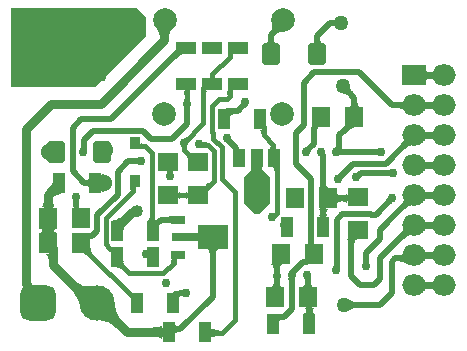
<source format=gbl>
G04*
G04 #@! TF.GenerationSoftware,Altium Limited,Altium Designer,22.5.1 (42)*
G04*
G04 Layer_Physical_Order=2*
G04 Layer_Color=16711680*
%FSLAX25Y25*%
%MOIN*%
G70*
G04*
G04 #@! TF.SameCoordinates,0C7ABF94-C2AC-4CB0-9C94-541A5C69193A*
G04*
G04*
G04 #@! TF.FilePolarity,Positive*
G04*
G01*
G75*
%ADD22R,0.06299X0.07087*%
G04:AMPARAMS|DCode=23|XSize=59.06mil|YSize=70.87mil|CornerRadius=7.38mil|HoleSize=0mil|Usage=FLASHONLY|Rotation=0.000|XOffset=0mil|YOffset=0mil|HoleType=Round|Shape=RoundedRectangle|*
%AMROUNDEDRECTD23*
21,1,0.05906,0.05610,0,0,0.0*
21,1,0.04429,0.07087,0,0,0.0*
1,1,0.01476,0.02215,-0.02805*
1,1,0.01476,-0.02215,-0.02805*
1,1,0.01476,-0.02215,0.02805*
1,1,0.01476,0.02215,0.02805*
%
%ADD23ROUNDEDRECTD23*%
%ADD24R,0.04173X0.07165*%
%ADD48C,0.02000*%
%ADD49C,0.03000*%
%ADD50C,0.01600*%
G04:AMPARAMS|DCode=51|XSize=118.11mil|YSize=118.11mil|CornerRadius=29.53mil|HoleSize=0mil|Usage=FLASHONLY|Rotation=0.000|XOffset=0mil|YOffset=0mil|HoleType=Round|Shape=RoundedRectangle|*
%AMROUNDEDRECTD51*
21,1,0.11811,0.05906,0,0,0.0*
21,1,0.05906,0.11811,0,0,0.0*
1,1,0.05906,0.02953,-0.02953*
1,1,0.05906,-0.02953,-0.02953*
1,1,0.05906,-0.02953,0.02953*
1,1,0.05906,0.02953,0.02953*
%
%ADD51ROUNDEDRECTD51*%
%ADD52C,0.11811*%
%ADD53O,0.07874X0.07087*%
%ADD54R,0.07874X0.07087*%
%ADD55C,0.07874*%
%ADD56C,0.03000*%
%ADD57C,0.06000*%
%ADD58C,0.05000*%
%ADD59C,0.04000*%
%ADD60R,0.03937X0.05906*%
%ADD61R,0.04724X0.03150*%
%ADD62R,0.09055X0.03150*%
%ADD63R,0.09843X0.07874*%
%ADD64R,0.07087X0.06299*%
%ADD65R,0.03701X0.04016*%
%ADD66R,0.07165X0.04173*%
G36*
X109168Y107874D02*
X107761Y107861D01*
Y109861D01*
X109057Y109871D01*
X109168Y107874D01*
D02*
G37*
G36*
X91765Y106070D02*
X91522Y106066D01*
X91268Y106026D01*
X91004Y105950D01*
X90728Y105838D01*
X90442Y105690D01*
X90144Y105505D01*
X89835Y105285D01*
X89516Y105028D01*
X88844Y104407D01*
X87430Y105821D01*
X87706Y106112D01*
X87942Y106395D01*
X88139Y106670D01*
X88297Y106936D01*
X88416Y107194D01*
X88495Y107444D01*
X88536Y107686D01*
X88537Y107919D01*
X88498Y108144D01*
X88420Y108361D01*
X91765Y106070D01*
D02*
G37*
G36*
X55130Y106969D02*
X54925Y106772D01*
X54741Y106534D01*
X54579Y106257D01*
X54439Y105939D01*
X54320Y105581D01*
X54222Y105183D01*
X54147Y104745D01*
X54093Y104267D01*
X54050Y103190D01*
X51050Y103258D01*
X51039Y103816D01*
X50956Y104815D01*
X50883Y105256D01*
X50789Y105657D01*
X50675Y106019D01*
X50540Y106343D01*
X50384Y106626D01*
X50207Y106871D01*
X50009Y107077D01*
X55130Y106969D01*
D02*
G37*
G36*
X104587Y103663D02*
X104617Y103321D01*
X104667Y103019D01*
X104737Y102758D01*
X104827Y102536D01*
X104937Y102355D01*
X105067Y102215D01*
X105217Y102114D01*
X105387Y102054D01*
X105577Y102033D01*
X101577D01*
X101767Y102054D01*
X101937Y102114D01*
X102087Y102215D01*
X102217Y102355D01*
X102327Y102536D01*
X102417Y102758D01*
X102487Y103019D01*
X102537Y103321D01*
X102567Y103663D01*
X102577Y104045D01*
X104577D01*
X104587Y103663D01*
D02*
G37*
G36*
X89147D02*
X89177Y103321D01*
X89227Y103019D01*
X89297Y102758D01*
X89387Y102536D01*
X89497Y102355D01*
X89627Y102215D01*
X89777Y102114D01*
X89947Y102054D01*
X90137Y102033D01*
X86137D01*
X86327Y102054D01*
X86497Y102114D01*
X86647Y102215D01*
X86777Y102355D01*
X86887Y102536D01*
X86977Y102758D01*
X87047Y103019D01*
X87097Y103321D01*
X87127Y103663D01*
X87137Y104045D01*
X89137D01*
X89147Y103663D01*
D02*
G37*
G36*
X59158Y98453D02*
X59003Y98565D01*
X58820Y98620D01*
X58609Y98619D01*
X58369Y98562D01*
X58100Y98447D01*
X57803Y98276D01*
X57477Y98049D01*
X57123Y97765D01*
X56329Y97027D01*
X54915Y98441D01*
X55312Y98852D01*
X55937Y99589D01*
X56164Y99915D01*
X56335Y100212D01*
X56450Y100480D01*
X56507Y100721D01*
X56509Y100932D01*
X56453Y101115D01*
X56341Y101270D01*
X59158Y98453D01*
D02*
G37*
G36*
X69425Y91751D02*
X69445Y91498D01*
X69479Y91275D01*
X69526Y91082D01*
X69586Y90919D01*
X69661Y90785D01*
X69749Y90681D01*
X69850Y90606D01*
X69964Y90562D01*
X70093Y90547D01*
X67143D01*
X67271Y90562D01*
X67386Y90606D01*
X67487Y90681D01*
X67575Y90785D01*
X67649Y90919D01*
X67710Y91082D01*
X67757Y91275D01*
X67791Y91498D01*
X67811Y91751D01*
X67818Y92034D01*
X69418D01*
X69425Y91751D01*
D02*
G37*
G36*
X139833Y93310D02*
X139893Y93140D01*
X139994Y92990D01*
X140135Y92860D01*
X140316Y92750D01*
X140537Y92660D01*
X140799Y92590D01*
X141020Y92553D01*
X141379Y92589D01*
X141700Y92659D01*
X141971Y92748D01*
X142194Y92857D01*
X142366Y92986D01*
X142490Y93135D01*
X142564Y93304D01*
X142589Y93492D01*
Y89508D01*
X142564Y89696D01*
X142490Y89865D01*
X142366Y90014D01*
X142194Y90143D01*
X141971Y90252D01*
X141700Y90341D01*
X141379Y90411D01*
X141060Y90453D01*
X140799Y90410D01*
X140537Y90340D01*
X140316Y90250D01*
X140135Y90140D01*
X139994Y90010D01*
X139893Y89860D01*
X139833Y89690D01*
X139813Y89500D01*
Y93500D01*
X139833Y93310D01*
D02*
G37*
G36*
X46500Y111000D02*
Y104500D01*
X29500Y87500D01*
X1500D01*
Y114000D01*
X43500D01*
X46500Y111000D01*
D02*
G37*
G36*
X75765Y86405D02*
X75629Y86356D01*
X75509Y86275D01*
X75405Y86162D01*
X75317Y86017D01*
X75245Y85839D01*
X75189Y85630D01*
X75149Y85389D01*
X75125Y85115D01*
X75117Y84810D01*
X73517D01*
X73529Y86410D01*
X75917Y86422D01*
X75765Y86405D01*
D02*
G37*
G36*
X67065D02*
X66929Y86356D01*
X66809Y86275D01*
X66705Y86162D01*
X66617Y86017D01*
X66545Y85839D01*
X66489Y85630D01*
X66449Y85389D01*
X66425Y85115D01*
X66417Y84810D01*
X64817D01*
X64829Y86410D01*
X67217Y86422D01*
X67065Y86405D01*
D02*
G37*
G36*
X61548Y86405D02*
X61412Y86357D01*
X61292Y86277D01*
X61188Y86164D01*
X61100Y86019D01*
X61028Y85841D01*
X60972Y85632D01*
X60932Y85390D01*
X60908Y85116D01*
X60900Y84810D01*
X59300D01*
X59292Y85116D01*
X59268Y85390D01*
X59228Y85632D01*
X59172Y85841D01*
X59100Y86019D01*
X59012Y86164D01*
X58908Y86277D01*
X58788Y86357D01*
X58652Y86405D01*
X58500Y86422D01*
X61700D01*
X61548Y86405D01*
D02*
G37*
G36*
X114510Y87763D02*
X114546Y87547D01*
X114607Y87327D01*
X114693Y87103D01*
X114805Y86874D01*
X114942Y86642D01*
X115104Y86406D01*
X115291Y86165D01*
X115504Y85921D01*
X115742Y85673D01*
X114327Y84259D01*
X114079Y84496D01*
X113594Y84896D01*
X113358Y85058D01*
X113126Y85195D01*
X112897Y85307D01*
X112673Y85393D01*
X112453Y85454D01*
X112237Y85490D01*
X112025Y85500D01*
X114500Y87975D01*
X114510Y87763D01*
D02*
G37*
G36*
X60903Y84247D02*
X60940Y83692D01*
X60962Y83543D01*
X60990Y83412D01*
X61023Y83300D01*
X61060Y83205D01*
X61102Y83129D01*
X61150Y83071D01*
X59050D01*
X59097Y83129D01*
X59140Y83205D01*
X59178Y83300D01*
X59210Y83412D01*
X59237Y83543D01*
X59260Y83692D01*
X59290Y84044D01*
X59300Y84469D01*
X60900D01*
X60903Y84247D01*
D02*
G37*
G36*
X142589Y79508D02*
X142564Y79696D01*
X142490Y79865D01*
X142366Y80014D01*
X142194Y80143D01*
X141971Y80252D01*
X141700Y80341D01*
X141379Y80411D01*
X141008Y80460D01*
X140954Y80464D01*
X140421Y80411D01*
X140100Y80341D01*
X139829Y80252D01*
X139606Y80143D01*
X139434Y80014D01*
X139310Y79865D01*
X139236Y79696D01*
X139211Y79508D01*
Y83492D01*
X139236Y83304D01*
X139310Y83135D01*
X139434Y82986D01*
X139606Y82857D01*
X139829Y82748D01*
X140100Y82659D01*
X140421Y82589D01*
X140792Y82540D01*
X140846Y82536D01*
X141379Y82589D01*
X141700Y82659D01*
X141971Y82748D01*
X142194Y82857D01*
X142366Y82986D01*
X142490Y83135D01*
X142564Y83304D01*
X142589Y83492D01*
Y79508D01*
D02*
G37*
G36*
X116934Y82649D02*
X116964Y82307D01*
X117014Y82005D01*
X117084Y81744D01*
X117174Y81522D01*
X117284Y81341D01*
X117414Y81200D01*
X117564Y81100D01*
X117734Y81039D01*
X117924Y81019D01*
X113924D01*
X114114Y81039D01*
X114284Y81100D01*
X114434Y81200D01*
X114564Y81341D01*
X114674Y81522D01*
X114764Y81744D01*
X114834Y82005D01*
X114884Y82307D01*
X114914Y82649D01*
X114924Y83031D01*
X116924D01*
X116934Y82649D01*
D02*
G37*
G36*
X79970Y81302D02*
X79349Y80535D01*
X77338Y81352D01*
X77498Y81514D01*
X78086Y82187D01*
X78122Y82250D01*
X78140Y82299D01*
X78141Y82334D01*
X79970Y81302D01*
D02*
G37*
G36*
X61141Y80907D02*
X61132Y80863D01*
X61124Y80796D01*
X61108Y80456D01*
X61100Y79682D01*
X59100D01*
X59050Y80929D01*
X61150D01*
X61141Y80907D01*
D02*
G37*
G36*
X132589Y79508D02*
X132564Y79696D01*
X132490Y79865D01*
X132366Y80014D01*
X132194Y80143D01*
X131971Y80252D01*
X131700Y80341D01*
X131379Y80411D01*
X131008Y80460D01*
X130589Y80490D01*
X130119Y80500D01*
Y82500D01*
X130589Y82510D01*
X131379Y82589D01*
X131700Y82659D01*
X131971Y82748D01*
X132194Y82857D01*
X132366Y82986D01*
X132490Y83135D01*
X132564Y83304D01*
X132589Y83492D01*
Y79508D01*
D02*
G37*
G36*
X76459Y78583D02*
X76077Y78573D01*
X75736Y78543D01*
X75434Y78493D01*
X75173Y78423D01*
X74952Y78333D01*
X74771Y78223D01*
X74630Y78093D01*
X74529Y77943D01*
X74468Y77773D01*
X74447Y77583D01*
X74459Y80571D01*
X76459Y80583D01*
Y78583D01*
D02*
G37*
G36*
X116197Y73969D02*
X116008Y74049D01*
X115783Y74063D01*
X115521Y74014D01*
X115222Y73899D01*
X114887Y73719D01*
X114515Y73475D01*
X114107Y73165D01*
X113180Y72351D01*
X112662Y71847D01*
X111372Y73386D01*
X111794Y73822D01*
X112451Y74593D01*
X112686Y74927D01*
X112859Y75227D01*
X112969Y75492D01*
X113017Y75724D01*
X113002Y75922D01*
X112925Y76085D01*
X112786Y76214D01*
X116197Y73969D01*
D02*
G37*
G36*
X142589Y69508D02*
X142564Y69696D01*
X142490Y69865D01*
X142366Y70014D01*
X142194Y70143D01*
X141971Y70252D01*
X141700Y70341D01*
X141379Y70411D01*
X141008Y70460D01*
X140954Y70464D01*
X140421Y70411D01*
X140100Y70341D01*
X139829Y70252D01*
X139606Y70143D01*
X139434Y70014D01*
X139310Y69865D01*
X139236Y69696D01*
X139211Y69508D01*
Y73492D01*
X139236Y73304D01*
X139310Y73135D01*
X139434Y72986D01*
X139606Y72857D01*
X139829Y72748D01*
X140100Y72659D01*
X140421Y72589D01*
X140792Y72540D01*
X140846Y72536D01*
X141379Y72589D01*
X141700Y72659D01*
X141971Y72748D01*
X142194Y72857D01*
X142366Y72986D01*
X142490Y73135D01*
X142564Y73304D01*
X142589Y73492D01*
Y69508D01*
D02*
G37*
G36*
X86490Y73429D02*
X86493Y73413D01*
X86495Y73365D01*
X86502Y71829D01*
X84902D01*
X84894Y72135D01*
X84870Y72408D01*
X84830Y72650D01*
X84774Y72859D01*
X84702Y73036D01*
X84614Y73181D01*
X84510Y73295D01*
X84390Y73376D01*
X84254Y73425D01*
X84102Y73441D01*
X86490Y73429D01*
D02*
G37*
G36*
X61311Y70080D02*
X61157Y69922D01*
X60790Y69502D01*
X60701Y69381D01*
X60628Y69269D01*
X60571Y69167D01*
X60531Y69074D01*
X60507Y68990D01*
X60500Y68915D01*
X59015Y70400D01*
X59090Y70407D01*
X59174Y70431D01*
X59267Y70472D01*
X59369Y70528D01*
X59481Y70601D01*
X59602Y70690D01*
X59873Y70918D01*
X60180Y71211D01*
X61311Y70080D01*
D02*
G37*
G36*
X74991Y70263D02*
X75014Y70217D01*
X75053Y70157D01*
X75110Y70082D01*
X75276Y69889D01*
X75814Y69330D01*
X74151Y68165D01*
X73324Y69010D01*
X74986Y70294D01*
X74991Y70263D01*
D02*
G37*
G36*
X135165Y67997D02*
X135002Y68102D01*
X134820Y68158D01*
X134617Y68165D01*
X134394Y68125D01*
X134150Y68035D01*
X133886Y67898D01*
X133602Y67712D01*
X133298Y67478D01*
X132973Y67195D01*
X132628Y66864D01*
X131110Y68174D01*
X131437Y68515D01*
X131939Y69130D01*
X132115Y69404D01*
X132240Y69656D01*
X132314Y69885D01*
X132338Y70092D01*
X132312Y70276D01*
X132235Y70439D01*
X132108Y70579D01*
X135165Y67997D01*
D02*
G37*
G36*
X65393Y69483D02*
X65463Y69430D01*
X65552Y69384D01*
X65660Y69344D01*
X65787Y69310D01*
X65932Y69282D01*
X66097Y69260D01*
X66482Y69235D01*
X66702Y69232D01*
X66353Y67632D01*
X66130Y67631D01*
X65295Y67576D01*
X65184Y67555D01*
X65093Y67532D01*
X65020Y67505D01*
X64966Y67476D01*
X65342Y69542D01*
X65393Y69483D01*
D02*
G37*
G36*
X89594Y68133D02*
X89614Y67880D01*
X89648Y67657D01*
X89695Y67464D01*
X89756Y67300D01*
X89830Y67167D01*
X89917Y67063D01*
X90019Y66988D01*
X90133Y66944D01*
X90262Y66929D01*
X87312D01*
X87440Y66944D01*
X87555Y66988D01*
X87656Y67063D01*
X87744Y67167D01*
X87818Y67300D01*
X87879Y67464D01*
X87926Y67657D01*
X87960Y67880D01*
X87980Y68133D01*
X87987Y68415D01*
X89587D01*
X89594Y68133D01*
D02*
G37*
G36*
X26691Y68111D02*
X26678Y66928D01*
X24595Y67196D01*
X24613Y67222D01*
X24630Y67270D01*
X24644Y67341D01*
X24657Y67434D01*
X24676Y67687D01*
X24691Y68463D01*
X26691Y68111D01*
D02*
G37*
G36*
X44740Y69159D02*
X44781Y69068D01*
X44849Y68987D01*
X44944Y68917D01*
X45065Y68858D01*
X45214Y68809D01*
X45389Y68772D01*
X45591Y68745D01*
X45821Y68729D01*
X46077Y68723D01*
Y67123D01*
X45822Y67120D01*
X45220Y67072D01*
X45073Y67043D01*
X44952Y67008D01*
X44859Y66967D01*
X44792Y66919D01*
X44752Y66864D01*
X44738Y66803D01*
X44726Y69262D01*
X44740Y69159D01*
D02*
G37*
G36*
X102114Y67070D02*
X101953Y66908D01*
X101314Y66183D01*
X101291Y66137D01*
X101286Y66106D01*
X99624Y67390D01*
X100451Y68235D01*
X102114Y67070D01*
D02*
G37*
G36*
X123874Y64850D02*
X123853Y64859D01*
X123809Y64868D01*
X123741Y64876D01*
X123402Y64892D01*
X122627Y64900D01*
Y66900D01*
X123874Y66950D01*
Y64850D01*
D02*
G37*
G36*
X110993Y66940D02*
X111037Y66932D01*
X111104Y66925D01*
X111444Y66908D01*
X112218Y66900D01*
Y64900D01*
X110971Y64850D01*
Y66950D01*
X110993Y66940D01*
D02*
G37*
G36*
X60451Y66505D02*
X61161Y65896D01*
X61352Y65765D01*
X61521Y65670D01*
X61667Y65610D01*
X61791Y65587D01*
X61892Y65600D01*
X61970Y65649D01*
X60169Y63848D01*
X60218Y63926D01*
X60231Y64027D01*
X60208Y64151D01*
X60149Y64297D01*
X60053Y64466D01*
X59922Y64657D01*
X59755Y64871D01*
X59313Y65367D01*
X59037Y65649D01*
X60169Y66781D01*
X60451Y66505D01*
D02*
G37*
G36*
X106512Y63330D02*
X104512Y63251D01*
X104510Y63478D01*
X104464Y64271D01*
X104446Y64361D01*
X104426Y64428D01*
X104404Y64472D01*
X104378Y64494D01*
X106275Y65301D01*
X106512Y63330D01*
D02*
G37*
G36*
X142589Y59508D02*
X142564Y59696D01*
X142490Y59865D01*
X142366Y60014D01*
X142194Y60143D01*
X141971Y60252D01*
X141700Y60341D01*
X141379Y60411D01*
X141008Y60460D01*
X140954Y60464D01*
X140421Y60411D01*
X140100Y60341D01*
X139829Y60252D01*
X139606Y60143D01*
X139434Y60014D01*
X139310Y59865D01*
X139236Y59696D01*
X139211Y59508D01*
Y63492D01*
X139236Y63304D01*
X139310Y63135D01*
X139434Y62986D01*
X139606Y62857D01*
X139829Y62748D01*
X140100Y62659D01*
X140421Y62589D01*
X140792Y62540D01*
X140846Y62536D01*
X141379Y62589D01*
X141700Y62659D01*
X141971Y62748D01*
X142194Y62857D01*
X142366Y62986D01*
X142490Y63135D01*
X142564Y63304D01*
X142589Y63492D01*
Y59508D01*
D02*
G37*
G36*
X43872Y61822D02*
X42689Y61809D01*
X42337Y63809D01*
X42564Y63810D01*
X43530Y63870D01*
X43578Y63886D01*
X43604Y63905D01*
X43872Y61822D01*
D02*
G37*
G36*
X91098Y61043D02*
X91035Y60995D01*
X90980Y60915D01*
X90932Y60803D01*
X90892Y60659D01*
X90859Y60483D01*
X90833Y60275D01*
X90804Y59763D01*
X90800Y59459D01*
X89200D01*
X89192Y59763D01*
X89168Y60035D01*
X89128Y60275D01*
X89072Y60483D01*
X89000Y60659D01*
X88912Y60803D01*
X88808Y60915D01*
X88688Y60995D01*
X88552Y61043D01*
X88400Y61059D01*
X91167D01*
X91098Y61043D01*
D02*
G37*
G36*
X55203Y60247D02*
X55240Y59692D01*
X55263Y59543D01*
X55290Y59412D01*
X55298Y59386D01*
X55774D01*
X55665Y59372D01*
X55568Y59331D01*
X55481Y59262D01*
X55407Y59164D01*
X55395Y59142D01*
X55402Y59129D01*
X55450Y59071D01*
X55360D01*
X55344Y59040D01*
X55292Y58887D01*
X55252Y58707D01*
X55223Y58499D01*
X55206Y58263D01*
X55200Y58000D01*
X53600D01*
X53594Y58263D01*
X53548Y58707D01*
X53508Y58887D01*
X53456Y59040D01*
X53440Y59071D01*
X53350D01*
X53398Y59129D01*
X53405Y59142D01*
X53393Y59164D01*
X53319Y59262D01*
X53233Y59331D01*
X53135Y59372D01*
X53026Y59386D01*
X53502D01*
X53510Y59412D01*
X53537Y59543D01*
X53560Y59692D01*
X53590Y60044D01*
X53600Y60469D01*
X55200D01*
X55203Y60247D01*
D02*
G37*
G36*
X127604Y57946D02*
X127583Y57955D01*
X127538Y57964D01*
X127471Y57971D01*
X127131Y57987D01*
X126357Y57995D01*
Y59996D01*
X127604Y60045D01*
Y57946D01*
D02*
G37*
G36*
X112815Y58032D02*
X111973Y57097D01*
X110433Y58524D01*
X110450Y58533D01*
X110484Y58559D01*
X110533Y58601D01*
X111021Y59068D01*
X111328Y59373D01*
X112815Y58032D01*
D02*
G37*
G36*
X29777Y53486D02*
X29562Y53701D01*
X29327Y53893D01*
X29072Y54063D01*
X28797Y54210D01*
X28503Y54335D01*
X28188Y54437D01*
X27854Y54516D01*
X27500Y54573D01*
X27369Y54584D01*
Y54143D01*
X27354Y54233D01*
X27309Y54314D01*
X27235Y54385D01*
X27131Y54447D01*
X26997Y54499D01*
X26834Y54542D01*
X26640Y54575D01*
X26417Y54599D01*
X25882Y54618D01*
Y56618D01*
X26165Y56623D01*
X26640Y56661D01*
X26834Y56694D01*
X26997Y56736D01*
X27131Y56789D01*
X27235Y56850D01*
X27309Y56922D01*
X27354Y57002D01*
X27369Y57093D01*
Y56642D01*
X27580Y56660D01*
X27936Y56714D01*
X28275Y56788D01*
X28596Y56884D01*
X28900Y57001D01*
X29186Y57140D01*
X29455Y57299D01*
X29707Y57480D01*
X29942Y57683D01*
X29777Y53486D01*
D02*
G37*
G36*
X68363Y54626D02*
X68045Y54297D01*
X67545Y53707D01*
X67362Y53446D01*
X67225Y53209D01*
X67134Y52994D01*
X67087Y52802D01*
X67086Y52633D01*
X67130Y52486D01*
X67219Y52363D01*
X64969Y54614D01*
X65092Y54524D01*
X65238Y54480D01*
X65407Y54482D01*
X65599Y54528D01*
X65814Y54620D01*
X66052Y54757D01*
X66312Y54939D01*
X66596Y55166D01*
X67231Y55757D01*
X68363Y54626D01*
D02*
G37*
G36*
X106522Y55651D02*
X106552Y55311D01*
X106602Y55011D01*
X106672Y54751D01*
X106762Y54531D01*
X106872Y54351D01*
X107002Y54211D01*
X107152Y54111D01*
X107322Y54051D01*
X107512Y54031D01*
X103862D01*
X103986Y54051D01*
X104096Y54111D01*
X104194Y54211D01*
X104278Y54351D01*
X104350Y54531D01*
X104408Y54751D01*
X104453Y55011D01*
X104486Y55311D01*
X104512Y56031D01*
X106512D01*
X106522Y55651D01*
D02*
G37*
G36*
X43286Y54204D02*
X43207Y54165D01*
X43137Y54101D01*
X43076Y54011D01*
X43025Y53896D01*
X42983Y53756D01*
X42951Y53590D01*
X42928Y53399D01*
X42913Y53182D01*
X42909Y52939D01*
X41309D01*
X41306Y53180D01*
X41269Y53749D01*
X41247Y53889D01*
X41220Y54002D01*
X41188Y54091D01*
X41151Y54154D01*
X41109Y54192D01*
X41062Y54205D01*
X43374Y54217D01*
X43286Y54204D01*
D02*
G37*
G36*
X142589Y49508D02*
X142564Y49696D01*
X142490Y49865D01*
X142366Y50014D01*
X142194Y50143D01*
X141971Y50252D01*
X141700Y50341D01*
X141379Y50411D01*
X141008Y50460D01*
X140954Y50464D01*
X140421Y50411D01*
X140100Y50341D01*
X139829Y50252D01*
X139606Y50143D01*
X139434Y50014D01*
X139310Y49865D01*
X139236Y49696D01*
X139211Y49508D01*
Y53492D01*
X139236Y53304D01*
X139310Y53135D01*
X139434Y52986D01*
X139606Y52857D01*
X139829Y52748D01*
X140100Y52659D01*
X140421Y52589D01*
X140792Y52540D01*
X140846Y52536D01*
X141379Y52589D01*
X141700Y52659D01*
X141971Y52748D01*
X142194Y52857D01*
X142366Y52986D01*
X142490Y53135D01*
X142564Y53304D01*
X142589Y53492D01*
Y49508D01*
D02*
G37*
G36*
X60169Y49888D02*
X60153Y50040D01*
X60105Y50176D01*
X60025Y50296D01*
X59913Y50400D01*
X59769Y50488D01*
X59593Y50560D01*
X59385Y50616D01*
X59145Y50656D01*
X58873Y50680D01*
X58738Y50684D01*
X58602Y50680D01*
X58328Y50656D01*
X58087Y50616D01*
X57877Y50560D01*
X57700Y50488D01*
X57555Y50400D01*
X57442Y50296D01*
X57361Y50176D01*
X57313Y50040D01*
X57297Y49888D01*
Y53088D01*
X57313Y52936D01*
X57361Y52800D01*
X57442Y52680D01*
X57555Y52576D01*
X57700Y52488D01*
X57877Y52416D01*
X58087Y52360D01*
X58328Y52320D01*
X58602Y52296D01*
X58738Y52293D01*
X58873Y52296D01*
X59145Y52320D01*
X59385Y52360D01*
X59593Y52416D01*
X59769Y52488D01*
X59913Y52576D01*
X60025Y52680D01*
X60105Y52800D01*
X60153Y52936D01*
X60169Y53088D01*
Y49888D01*
D02*
G37*
G36*
X17032Y51941D02*
X16972Y52022D01*
X16878Y52055D01*
X16752Y52040D01*
X16593Y51977D01*
X16401Y51867D01*
X16177Y51709D01*
X15919Y51503D01*
X15305Y50948D01*
X14949Y50599D01*
X12828Y52721D01*
X13344Y53244D01*
X15041Y55201D01*
X15204Y55460D01*
X15307Y55675D01*
X15352Y55845D01*
X15337Y55972D01*
X17032Y51941D01*
D02*
G37*
G36*
X113469Y48512D02*
X113449Y48702D01*
X113389Y48872D01*
X113289Y49022D01*
X113149Y49152D01*
X112969Y49262D01*
X112749Y49352D01*
X112489Y49422D01*
X112189Y49472D01*
X111849Y49502D01*
X111802Y49503D01*
X111755Y49502D01*
X111413Y49472D01*
X111111Y49422D01*
X110850Y49352D01*
X110629Y49262D01*
X110448Y49152D01*
X110307Y49022D01*
X110206Y48872D01*
X110146Y48702D01*
X110126Y48512D01*
Y52512D01*
X110146Y52322D01*
X110206Y52152D01*
X110307Y52002D01*
X110448Y51872D01*
X110629Y51762D01*
X110850Y51672D01*
X111111Y51602D01*
X111413Y51552D01*
X111755Y51522D01*
X111802Y51521D01*
X111849Y51522D01*
X112189Y51552D01*
X112489Y51602D01*
X112749Y51672D01*
X112969Y51762D01*
X113149Y51872D01*
X113289Y52002D01*
X113389Y52152D01*
X113449Y52322D01*
X113469Y52512D01*
Y48512D01*
D02*
G37*
G36*
X128485Y49000D02*
X128463Y48992D01*
X128426Y48966D01*
X128373Y48924D01*
X128121Y48696D01*
X127568Y48154D01*
X126154Y49568D01*
X127000Y50485D01*
X128485Y49000D01*
D02*
G37*
G36*
X135211Y47993D02*
X135047Y48096D01*
X134862Y48150D01*
X134658Y48156D01*
X134433Y48114D01*
X134188Y48023D01*
X133923Y47885D01*
X133638Y47697D01*
X133333Y47462D01*
X133007Y47179D01*
X132661Y46847D01*
X131127Y48141D01*
X131455Y48483D01*
X131957Y49098D01*
X132132Y49372D01*
X132257Y49623D01*
X132331Y49851D01*
X132354Y50058D01*
X132327Y50241D01*
X132249Y50402D01*
X132120Y50540D01*
X135211Y47993D01*
D02*
G37*
G36*
X24002Y49871D02*
X23960Y49795D01*
X23923Y49700D01*
X23890Y49588D01*
X23863Y49457D01*
X23840Y49308D01*
X23810Y48956D01*
X23807Y48847D01*
X23808Y48826D01*
X23832Y48552D01*
X23872Y48311D01*
X23928Y48101D01*
X24000Y47924D01*
X24088Y47779D01*
X24192Y47666D01*
X24312Y47585D01*
X24448Y47536D01*
X24600Y47519D01*
X21774Y47531D01*
X21855Y47547D01*
X21927Y47595D01*
X21991Y47675D01*
X22047Y47787D01*
X22094Y47931D01*
X22132Y48107D01*
X22162Y48315D01*
X22183Y48555D01*
X22192Y48842D01*
X22160Y49308D01*
X22138Y49457D01*
X22110Y49588D01*
X22077Y49700D01*
X22040Y49795D01*
X21997Y49871D01*
X21950Y49929D01*
X24050D01*
X24002Y49871D01*
D02*
G37*
G36*
X15403Y49959D02*
X15448Y49447D01*
X15523Y48995D01*
X15628Y48604D01*
X15763Y48272D01*
X15928Y48001D01*
X16123Y47790D01*
X16348Y47640D01*
X16603Y47549D01*
X16888Y47519D01*
X10888D01*
X11173Y47549D01*
X11428Y47640D01*
X11653Y47790D01*
X11848Y48001D01*
X12013Y48272D01*
X12148Y48604D01*
X12253Y48995D01*
X12328Y49447D01*
X12373Y49959D01*
X12388Y50531D01*
X15388D01*
X15403Y49959D01*
D02*
G37*
G36*
X85274Y59866D02*
X87636Y57504D01*
Y48842D01*
X84093Y45299D01*
X82518D01*
X78975Y48842D01*
Y57504D01*
X81337Y59866D01*
Y66953D01*
X85274D01*
Y59866D01*
D02*
G37*
G36*
X107326Y46960D02*
X107156Y46899D01*
X107006Y46798D01*
X106876Y46657D01*
X106766Y46476D01*
X106676Y46255D01*
X106606Y45993D01*
X106569Y45769D01*
X106606Y45544D01*
X106676Y45283D01*
X106766Y45062D01*
X106876Y44881D01*
X107006Y44740D01*
X107156Y44639D01*
X107326Y44579D01*
X107516Y44559D01*
X103516D01*
X103706Y44579D01*
X103876Y44639D01*
X104026Y44740D01*
X104156Y44881D01*
X104266Y45062D01*
X104356Y45283D01*
X104426Y45544D01*
X104471Y45817D01*
X104457Y45989D01*
X104411Y46249D01*
X104352Y46469D01*
X104280Y46649D01*
X104196Y46789D01*
X104098Y46889D01*
X103987Y46949D01*
X103862Y46969D01*
X107516Y46981D01*
X107326Y46960D01*
D02*
G37*
G36*
X49242Y44365D02*
X49266Y44091D01*
X49306Y43850D01*
X49362Y43640D01*
X49434Y43463D01*
X49522Y43318D01*
X49626Y43205D01*
X49746Y43124D01*
X49882Y43075D01*
X50034Y43059D01*
X46841Y43071D01*
X46992Y43087D01*
X47127Y43135D01*
X47245Y43215D01*
X47349Y43327D01*
X47436Y43471D01*
X47507Y43647D01*
X47563Y43855D01*
X47602Y44095D01*
X47626Y44367D01*
X47634Y44671D01*
X49234D01*
X49242Y44365D01*
D02*
G37*
G36*
X142589Y39508D02*
X142564Y39696D01*
X142490Y39865D01*
X142366Y40014D01*
X142194Y40143D01*
X141971Y40252D01*
X141700Y40341D01*
X141379Y40411D01*
X141008Y40460D01*
X140954Y40464D01*
X140421Y40411D01*
X140100Y40341D01*
X139829Y40252D01*
X139606Y40143D01*
X139434Y40014D01*
X139310Y39865D01*
X139236Y39696D01*
X139211Y39508D01*
Y43492D01*
X139236Y43304D01*
X139310Y43135D01*
X139434Y42986D01*
X139606Y42857D01*
X139829Y42748D01*
X140100Y42659D01*
X140421Y42589D01*
X140792Y42540D01*
X140846Y42536D01*
X141379Y42589D01*
X141700Y42659D01*
X141971Y42748D01*
X142194Y42857D01*
X142366Y42986D01*
X142490Y43135D01*
X142564Y43304D01*
X142589Y43492D01*
Y39508D01*
D02*
G37*
G36*
X54884Y41843D02*
X54864Y41950D01*
X54804Y42045D01*
X54704Y42130D01*
X54564Y42203D01*
X54384Y42265D01*
X54164Y42316D01*
X53904Y42355D01*
X53604Y42383D01*
X52885Y42406D01*
Y44405D01*
X53264Y44411D01*
X53904Y44456D01*
X54164Y44496D01*
X54384Y44546D01*
X54564Y44608D01*
X54704Y44681D01*
X54804Y44766D01*
X54864Y44861D01*
X54884Y44968D01*
Y41843D01*
D02*
G37*
G36*
X41080Y43071D02*
X40487Y42457D01*
X39555Y41355D01*
X39215Y40868D01*
X38960Y40423D01*
X38788Y40020D01*
X38702Y39658D01*
X38699Y39340D01*
X38781Y39063D01*
X38947Y38828D01*
X34810Y43071D01*
X35216Y43092D01*
X35625Y43156D01*
X36035Y43262D01*
X36447Y43410D01*
X36861Y43601D01*
X37277Y43834D01*
X37694Y44110D01*
X38114Y44428D01*
X38535Y44789D01*
X38959Y45192D01*
X41080Y43071D01*
D02*
G37*
G36*
X134852Y38028D02*
X134701Y38144D01*
X134530Y38211D01*
X134337Y38229D01*
X134124Y38198D01*
X133889Y38118D01*
X133634Y37989D01*
X133358Y37811D01*
X133061Y37584D01*
X132743Y37308D01*
X132404Y36984D01*
X130990Y38398D01*
X131315Y38737D01*
X131817Y39352D01*
X131995Y39628D01*
X132124Y39883D01*
X132204Y40117D01*
X132235Y40331D01*
X132217Y40523D01*
X132150Y40695D01*
X132034Y40846D01*
X134852Y38028D01*
D02*
G37*
G36*
X15403Y41459D02*
X15448Y40947D01*
X15523Y40495D01*
X15530Y40469D01*
X16888D01*
X16603Y40439D01*
X16348Y40349D01*
X16123Y40199D01*
X15928Y39989D01*
X15779Y39745D01*
X15928Y39501D01*
X16123Y39290D01*
X16348Y39140D01*
X16603Y39049D01*
X16888Y39019D01*
X15529D01*
X15523Y38999D01*
X15448Y38549D01*
X15403Y38039D01*
X15388Y37469D01*
X12388D01*
X12373Y38039D01*
X12328Y38549D01*
X12253Y38999D01*
X12248Y39019D01*
X10888D01*
X11173Y39049D01*
X11428Y39140D01*
X11653Y39290D01*
X11848Y39501D01*
X11997Y39745D01*
X11848Y39989D01*
X11653Y40199D01*
X11428Y40349D01*
X11173Y40439D01*
X10888Y40469D01*
X12246D01*
X12253Y40495D01*
X12328Y40947D01*
X12373Y41459D01*
X12388Y42031D01*
X15388D01*
X15403Y41459D01*
D02*
G37*
G36*
X63992Y38866D02*
X63996Y38860D01*
X64096Y38776D01*
X64236Y38703D01*
X64416Y38641D01*
X64636Y38590D01*
X64896Y38551D01*
X65196Y38522D01*
X65916Y38500D01*
Y36500D01*
X65536Y36494D01*
X64896Y36449D01*
X64636Y36410D01*
X64416Y36359D01*
X64236Y36297D01*
X64096Y36224D01*
X63996Y36140D01*
X63992Y36134D01*
Y35500D01*
X63972Y35690D01*
X63912Y35860D01*
X63811Y36010D01*
X63670Y36140D01*
X63489Y36250D01*
X63268Y36340D01*
X63006Y36410D01*
X62704Y36460D01*
X62362Y36490D01*
X61980Y36500D01*
Y38500D01*
X62362Y38510D01*
X62704Y38540D01*
X63006Y38590D01*
X63268Y38660D01*
X63489Y38750D01*
X63670Y38860D01*
X63811Y38990D01*
X63912Y39140D01*
X63972Y39310D01*
X63992Y39500D01*
Y38866D01*
D02*
G37*
G36*
X116710Y36830D02*
X116540Y36769D01*
X116390Y36668D01*
X116260Y36527D01*
X116150Y36346D01*
X116060Y36125D01*
X115990Y35863D01*
X115940Y35562D01*
X115910Y35220D01*
X115900Y34839D01*
X113900D01*
X113896Y35219D01*
X113831Y36119D01*
X113792Y36339D01*
X113745Y36519D01*
X113689Y36659D01*
X113624Y36759D01*
X113551Y36819D01*
X113469Y36839D01*
X116900Y36851D01*
X116710Y36830D01*
D02*
G37*
G36*
X142589Y29508D02*
X142564Y29696D01*
X142490Y29865D01*
X142366Y30014D01*
X142194Y30143D01*
X141971Y30252D01*
X141700Y30341D01*
X141379Y30411D01*
X141008Y30460D01*
X140954Y30464D01*
X140421Y30411D01*
X140100Y30341D01*
X139829Y30252D01*
X139606Y30143D01*
X139434Y30014D01*
X139310Y29865D01*
X139236Y29696D01*
X139211Y29508D01*
Y33492D01*
X139236Y33304D01*
X139310Y33135D01*
X139434Y32986D01*
X139606Y32857D01*
X139829Y32748D01*
X140100Y32659D01*
X140421Y32589D01*
X140792Y32540D01*
X140846Y32536D01*
X141379Y32589D01*
X141700Y32659D01*
X141971Y32748D01*
X142194Y32857D01*
X142366Y32986D01*
X142490Y33135D01*
X142564Y33304D01*
X142589Y33492D01*
Y29508D01*
D02*
G37*
G36*
X70507Y33567D02*
X70337Y33507D01*
X70187Y33406D01*
X70057Y33265D01*
X69947Y33084D01*
X69857Y32863D01*
X69787Y32601D01*
X69737Y32299D01*
X69707Y31957D01*
X69697Y31575D01*
X67697D01*
X67687Y31957D01*
X67657Y32299D01*
X67607Y32601D01*
X67537Y32863D01*
X67447Y33084D01*
X67337Y33265D01*
X67207Y33406D01*
X67057Y33507D01*
X66887Y33567D01*
X66697Y33587D01*
X70697D01*
X70507Y33567D01*
D02*
G37*
G36*
X49412Y31635D02*
X48350Y30434D01*
X48226Y30554D01*
X48006Y30744D01*
X47909Y30815D01*
X47821Y30869D01*
X47741Y30907D01*
X47671Y30928D01*
X47609Y30933D01*
X47556Y30921D01*
X47512Y30893D01*
X47779Y32784D01*
X49412Y31635D01*
D02*
G37*
G36*
X27943Y33774D02*
X27886Y33639D01*
X27877Y33478D01*
X27917Y33291D01*
X28006Y33078D01*
X28143Y32838D01*
X28330Y32573D01*
X28565Y32281D01*
X29181Y31620D01*
X28266Y30272D01*
X27847Y30680D01*
X26770Y31587D01*
X26471Y31784D01*
X26204Y31927D01*
X25967Y32017D01*
X25760Y32054D01*
X25584Y32038D01*
X25438Y31969D01*
X28049Y33883D01*
X27943Y33774D01*
D02*
G37*
G36*
X56705Y30033D02*
X56663Y30001D01*
X56627Y29948D01*
X56596Y29874D01*
X56569Y29779D01*
X56547Y29664D01*
X56530Y29526D01*
X56511Y29190D01*
X56508Y28990D01*
X54909D01*
X54884Y30032D01*
X56751Y30044D01*
X56705Y30033D01*
D02*
G37*
G36*
X17028Y31939D02*
X17030Y31849D01*
X17038Y28969D01*
X14038D01*
X14023Y29539D01*
X13978Y30049D01*
X13903Y30499D01*
X13798Y30889D01*
X13663Y31219D01*
X13498Y31489D01*
X13303Y31699D01*
X13078Y31849D01*
X12823Y31939D01*
X12538Y31969D01*
X17026D01*
X17028Y31939D01*
D02*
G37*
G36*
X120937Y29907D02*
X120924Y28724D01*
X118841Y28992D01*
X118860Y29018D01*
X118876Y29066D01*
X118890Y29137D01*
X118903Y29230D01*
X118922Y29483D01*
X118937Y30259D01*
X120937Y29907D01*
D02*
G37*
G36*
X133535Y28550D02*
X133291Y28735D01*
X133035Y28901D01*
X132767Y29048D01*
X132487Y29175D01*
X132195Y29282D01*
X131892Y29370D01*
X131576Y29439D01*
X131248Y29488D01*
X130909Y29517D01*
X130558Y29527D01*
X129961Y31527D01*
X130438Y31537D01*
X131219Y31616D01*
X131523Y31686D01*
X131769Y31776D01*
X131958Y31885D01*
X132090Y32015D01*
X132164Y32164D01*
X132180Y32334D01*
X132139Y32523D01*
X133535Y28550D01*
D02*
G37*
G36*
X111002Y28717D02*
X111021Y27497D01*
X108925Y27640D01*
X108940Y27665D01*
X108953Y27712D01*
X108965Y27782D01*
X108975Y27874D01*
X108995Y28286D01*
X109002Y28902D01*
X111002Y28717D01*
D02*
G37*
G36*
X38868Y29568D02*
X38823Y29421D01*
Y29251D01*
X38868Y29059D01*
X38959Y28844D01*
X39095Y28606D01*
X39276Y28346D01*
X39502Y28063D01*
X40090Y27429D01*
X38959Y26298D01*
X38631Y26615D01*
X38043Y27112D01*
X37782Y27294D01*
X37545Y27429D01*
X37330Y27520D01*
X37137Y27565D01*
X36968D01*
X36821Y27520D01*
X36696Y27429D01*
X38959Y29692D01*
X38868Y29568D01*
D02*
G37*
G36*
X91810Y28460D02*
X91640Y28399D01*
X91490Y28298D01*
X91360Y28157D01*
X91250Y27976D01*
X91160Y27755D01*
X91090Y27494D01*
X91040Y27192D01*
X91010Y26850D01*
X91005Y26680D01*
X91050Y25571D01*
X88950D01*
X88959Y25592D01*
X88968Y25637D01*
X88976Y25704D01*
X88992Y26044D01*
X88998Y26589D01*
X88993Y26849D01*
X88933Y27489D01*
X88880Y27749D01*
X88813Y27969D01*
X88730Y28149D01*
X88633Y28289D01*
X88520Y28389D01*
X88393Y28449D01*
X88251Y28469D01*
X92000Y28481D01*
X91810Y28460D01*
D02*
G37*
G36*
X97249Y26385D02*
X97089Y26223D01*
X96501Y25550D01*
X96465Y25487D01*
X96446Y25438D01*
X96445Y25403D01*
X94626Y26453D01*
X95891Y27855D01*
X97249Y26385D01*
D02*
G37*
G36*
X96040Y23908D02*
X96032Y23863D01*
X96025Y23796D01*
X96008Y23456D01*
X96000Y22682D01*
X94000D01*
X93950Y23929D01*
X96050D01*
X96040Y23908D01*
D02*
G37*
G36*
X142589Y19508D02*
X142564Y19696D01*
X142490Y19865D01*
X142366Y20014D01*
X142194Y20143D01*
X141971Y20252D01*
X141700Y20341D01*
X141379Y20411D01*
X141008Y20460D01*
X140954Y20464D01*
X140421Y20411D01*
X140100Y20341D01*
X139829Y20252D01*
X139606Y20143D01*
X139434Y20014D01*
X139310Y19865D01*
X139236Y19696D01*
X139211Y19508D01*
Y23492D01*
X139236Y23304D01*
X139310Y23135D01*
X139434Y22986D01*
X139606Y22857D01*
X139829Y22748D01*
X140100Y22659D01*
X140421Y22589D01*
X140792Y22540D01*
X140846Y22536D01*
X141379Y22589D01*
X141700Y22659D01*
X141971Y22748D01*
X142194Y22857D01*
X142366Y22986D01*
X142490Y23135D01*
X142564Y23304D01*
X142589Y23492D01*
Y19508D01*
D02*
G37*
G36*
X101363Y23031D02*
X101400D01*
X101410Y22651D01*
X101440Y22311D01*
X101490Y22011D01*
X101560Y21751D01*
X101650Y21531D01*
X101760Y21351D01*
X101890Y21211D01*
X102040Y21111D01*
X102210Y21051D01*
X102400Y21031D01*
X98400D01*
X98590Y21051D01*
X98760Y21111D01*
X98910Y21211D01*
X99040Y21351D01*
X99150Y21531D01*
X99240Y21751D01*
X99310Y22011D01*
X99360Y22311D01*
X99390Y22651D01*
X99392Y22745D01*
X99338Y23545D01*
X99319Y23615D01*
X99298Y23662D01*
X99274Y23688D01*
X101298Y24248D01*
X101363Y23031D01*
D02*
G37*
G36*
X91016Y22583D02*
X91040Y22311D01*
X91090Y22011D01*
X91160Y21751D01*
X91250Y21531D01*
X91360Y21351D01*
X91490Y21211D01*
X91640Y21111D01*
X91810Y21051D01*
X92000Y21031D01*
X88000D01*
X88190Y21051D01*
X88360Y21111D01*
X88510Y21211D01*
X88640Y21351D01*
X88750Y21531D01*
X88840Y21751D01*
X88910Y22011D01*
X88960Y22311D01*
X88990Y22651D01*
X88994Y22792D01*
X88992Y22956D01*
X88976Y23296D01*
X88968Y23363D01*
X88959Y23407D01*
X88950Y23429D01*
X91050D01*
X91016Y22583D01*
D02*
G37*
G36*
X58829Y19788D02*
X58886Y19793D01*
X59190Y19800D01*
Y18200D01*
X58885Y18192D01*
X58829Y18187D01*
Y17950D01*
X58771Y17998D01*
X58694Y18040D01*
X58600Y18078D01*
X58487Y18110D01*
X58388Y18131D01*
X58371Y18128D01*
X58161Y18072D01*
X57984Y18000D01*
X57839Y17912D01*
X57726Y17808D01*
X57645Y17688D01*
X57595Y17552D01*
X57578Y17400D01*
X57584Y18196D01*
X57431Y18200D01*
Y19800D01*
X57653Y19803D01*
X58208Y19840D01*
X58357Y19862D01*
X58487Y19890D01*
X58600Y19922D01*
X58694Y19960D01*
X58771Y20003D01*
X58829Y20050D01*
Y19788D01*
D02*
G37*
G36*
X23298Y22765D02*
X23856Y22331D01*
X24425Y21968D01*
X25005Y21678D01*
X25597Y21458D01*
X26199Y21310D01*
X26813Y21234D01*
X27438Y21229D01*
X28074Y21296D01*
X28721Y21434D01*
X24507Y14321D01*
X24301Y15088D01*
X23806Y16527D01*
X23517Y17200D01*
X23199Y17842D01*
X22854Y18453D01*
X22481Y19032D01*
X22080Y19581D01*
X21651Y20098D01*
X21194Y20584D01*
X22751Y23270D01*
X23298Y22765D01*
D02*
G37*
G36*
X114520Y16608D02*
X114698Y16480D01*
X114897Y16367D01*
X115116Y16270D01*
X115357Y16187D01*
X115618Y16120D01*
X115899Y16068D01*
X116202Y16030D01*
X116525Y16007D01*
X116868Y16000D01*
Y14000D01*
X116525Y13993D01*
X115899Y13932D01*
X115618Y13880D01*
X115357Y13813D01*
X115116Y13730D01*
X114897Y13633D01*
X114698Y13520D01*
X114520Y13393D01*
X114363Y13250D01*
Y16750D01*
X114520Y16608D01*
D02*
G37*
G36*
X101918Y13981D02*
X102916D01*
X102726Y13961D01*
X102556Y13900D01*
X102406Y13800D01*
X102276Y13659D01*
X102166Y13478D01*
X102076Y13256D01*
X102013Y13023D01*
X102076Y12791D01*
X102166Y12571D01*
X102276Y12391D01*
X102406Y12251D01*
X102556Y12151D01*
X102726Y12091D01*
X102916Y12071D01*
X101918D01*
X101916Y11969D01*
X99916D01*
X99913Y12071D01*
X98916D01*
X99106Y12091D01*
X99276Y12151D01*
X99426Y12251D01*
X99556Y12391D01*
X99666Y12571D01*
X99756Y12791D01*
X99818Y13023D01*
X99756Y13256D01*
X99666Y13478D01*
X99556Y13659D01*
X99426Y13800D01*
X99276Y13900D01*
X99106Y13961D01*
X98916Y13981D01*
X99913D01*
X99916Y14071D01*
X101916D01*
X101918Y13981D01*
D02*
G37*
G36*
X92480Y10083D02*
X92190Y10078D01*
X91699Y10036D01*
X91500Y9999D01*
X91331Y9952D01*
X91193Y9895D01*
X91086Y9827D01*
X91009Y9749D01*
X90963Y9660D01*
X90947Y9561D01*
X90959Y12071D01*
X92480Y12083D01*
Y10083D01*
D02*
G37*
G36*
X36166Y14943D02*
X36237Y14239D01*
X36360Y13557D01*
X36536Y12898D01*
X36763Y12260D01*
X37043Y11646D01*
X37374Y11053D01*
X37758Y10483D01*
X38194Y9935D01*
X38683Y9409D01*
X36561Y7288D01*
X36036Y7776D01*
X35488Y8213D01*
X34918Y8597D01*
X34325Y8928D01*
X33711Y9208D01*
X33073Y9435D01*
X32414Y9611D01*
X31732Y9734D01*
X31028Y9804D01*
X30302Y9823D01*
X36148Y15669D01*
X36166Y14943D01*
D02*
G37*
G36*
X56065Y8580D02*
X56121Y8437D01*
X56214Y8311D01*
X56343Y8202D01*
X56510Y8109D01*
X56714Y8034D01*
X56954Y7975D01*
X57232Y7933D01*
X57547Y7908D01*
X57899Y7899D01*
Y5899D01*
X57547Y5891D01*
X57232Y5866D01*
X56954Y5824D01*
X56714Y5765D01*
X56510Y5689D01*
X56343Y5597D01*
X56214Y5488D01*
X56121Y5361D01*
X56065Y5218D01*
X56047Y5059D01*
Y8740D01*
X56065Y8580D01*
D02*
G37*
G36*
X69420Y6695D02*
X69493Y6668D01*
X69584Y6645D01*
X69695Y6624D01*
X69972Y6593D01*
X70325Y6574D01*
X70753Y6568D01*
X71102Y4968D01*
X70882Y4965D01*
X70332Y4918D01*
X70187Y4890D01*
X70060Y4856D01*
X69952Y4816D01*
X69863Y4770D01*
X69793Y4717D01*
X69741Y4658D01*
X69367Y6724D01*
X69420Y6695D01*
D02*
G37*
G36*
X51922Y3000D02*
X51891Y3285D01*
X51801Y3540D01*
X51651Y3765D01*
X51440Y3960D01*
X51169Y4125D01*
X50837Y4260D01*
X50446Y4365D01*
X49994Y4440D01*
X49482Y4485D01*
X48910Y4500D01*
Y7500D01*
X49482Y7515D01*
X49994Y7560D01*
X50446Y7635D01*
X50837Y7740D01*
X51169Y7875D01*
X51440Y8040D01*
X51651Y8235D01*
X51801Y8460D01*
X51891Y8715D01*
X51922Y9000D01*
Y3000D01*
D02*
G37*
D22*
X91388Y32000D02*
D03*
X102412D02*
D03*
X107000Y50500D02*
D03*
X95976D02*
D03*
X104900Y77500D02*
D03*
X115924D02*
D03*
X100400Y17500D02*
D03*
X89376D02*
D03*
X13888Y35500D02*
D03*
X24912D02*
D03*
X13888Y44000D02*
D03*
X24912D02*
D03*
D23*
X103577Y98500D02*
D03*
X88223D02*
D03*
X16323Y66000D02*
D03*
X31677D02*
D03*
D24*
X36884Y39500D02*
D03*
X48916D02*
D03*
X17400Y55500D02*
D03*
X29432D02*
D03*
X36884Y31000D02*
D03*
X48916D02*
D03*
X93484Y41000D02*
D03*
X105516D02*
D03*
X43484Y15500D02*
D03*
X55516D02*
D03*
X100916Y8500D02*
D03*
X88884D02*
D03*
X84416Y77000D02*
D03*
X72384D02*
D03*
X53984Y6000D02*
D03*
X66016D02*
D03*
D48*
X55158Y70400D02*
X60100Y75343D01*
Y82000D01*
X47986Y70400D02*
X55158D01*
X45386Y73000D02*
X47986Y70400D01*
X28805Y73000D02*
X45386D01*
X109900Y65900D02*
X124945D01*
X126350Y62000D02*
X135850Y71500D01*
X115369Y62000D02*
X126350D01*
X135506Y71500D02*
X145900D01*
X44609Y62809D02*
X44800Y63000D01*
X40448Y62809D02*
X44609D01*
X37000Y59361D02*
X40448Y62809D01*
X116671Y57500D02*
X118166Y58995D01*
X128675D01*
X116400Y57500D02*
X116671D01*
X109900Y66171D02*
X110880Y67150D01*
Y71480D02*
X113774Y74374D01*
X110880Y67150D02*
Y71480D01*
X109900Y65900D02*
Y66171D01*
X99800Y65900D02*
Y66171D01*
X102400Y68771D01*
X104900Y65629D02*
Y65900D01*
X105512Y50500D02*
Y65018D01*
X104900Y65629D02*
X105512Y65018D01*
X105524Y50512D02*
X117000D01*
X96300Y72425D02*
X99000Y75125D01*
X102400Y68771D02*
Y73785D01*
X96300Y62100D02*
X101500Y56900D01*
X96300Y62100D02*
Y72425D01*
X29432Y54056D02*
X30876Y55500D01*
X32000D01*
X22000Y59500D02*
Y74100D01*
Y59500D02*
X25882Y55618D01*
X24900Y77000D02*
X34888D01*
X58404Y100516D01*
X59900D01*
X29314Y55618D02*
X29432Y55500D01*
X25882Y55618D02*
X29314D01*
X22000Y74100D02*
X24900Y77000D01*
X53950Y6899D02*
X57899D01*
X53050Y6000D02*
X53950Y6899D01*
X57899D02*
X68697Y17697D01*
X53984Y6000D02*
Y7496D01*
X68697Y17697D02*
Y36000D01*
X101429Y32983D02*
X102412Y32000D01*
X101429Y32983D02*
Y45411D01*
X101500Y45482D01*
Y56900D01*
X121420Y45077D02*
X123077D01*
X110002Y43328D02*
X111800Y45126D01*
X121372D02*
X121420Y45077D01*
X110002Y26602D02*
Y43328D01*
X111800Y45126D02*
X121372D01*
X123077Y45077D02*
X128500Y50500D01*
X30198Y44988D02*
X37000Y51790D01*
Y59361D01*
X112000Y88000D02*
X115924Y84076D01*
Y77500D02*
Y84076D01*
X102443Y92543D02*
X117357D01*
X128400Y81500D01*
X99000Y89100D02*
X102443Y92543D01*
X99000Y75125D02*
Y89100D01*
X73500Y70229D02*
Y70500D01*
Y70229D02*
X76432Y67298D01*
Y64969D02*
Y67298D01*
X30198Y39764D02*
Y44988D01*
X25691Y66191D02*
Y69886D01*
X28805Y73000D01*
X25500Y66000D02*
X25691Y66191D01*
X124500Y36820D02*
Y40100D01*
X135900Y51500D01*
X119937Y32258D02*
X124500Y36820D01*
X105516Y41000D02*
Y50496D01*
X110475Y57106D02*
X115369Y62000D01*
X110475Y57025D02*
Y57106D01*
X76432Y64969D02*
X77400Y64000D01*
X114900Y24500D02*
Y37876D01*
X117000Y39976D01*
X119937Y27987D02*
Y32258D01*
X119746Y27796D02*
X119937Y27987D01*
X124500Y30494D02*
X135506Y41500D01*
X124500Y23600D02*
Y30494D01*
X135506Y41500D02*
X135900D01*
X145900D01*
X122400Y21500D02*
X124500Y23600D01*
X128400Y19000D02*
Y29355D01*
X134927Y30527D02*
X135900Y31500D01*
X129572Y30527D02*
X134927D01*
X128400Y29355D02*
X129572Y30527D01*
X90000Y18124D02*
Y30612D01*
X91388Y32000D01*
X89376Y17500D02*
X90000Y18124D01*
X100000Y24729D02*
X100400Y24329D01*
X100000Y24729D02*
Y25000D01*
X100400Y17500D02*
Y24329D01*
Y17500D02*
X100916Y16984D01*
X95191Y25191D02*
Y25741D01*
X98907Y29457D01*
X95000Y25000D02*
X95191Y25191D01*
X88884Y8500D02*
Y9996D01*
X95000Y13602D02*
Y25000D01*
X88884Y9996D02*
X89971Y11083D01*
X92480D01*
X98907Y29457D02*
X100262D01*
X92480Y11083D02*
X95000Y13602D01*
X59400Y37500D02*
X68889D01*
X48916Y39500D02*
Y40996D01*
X51325Y43406D01*
X57235D01*
X124400Y15000D02*
X128400Y19000D01*
X112577Y15000D02*
X124400D01*
X135900Y21500D02*
X145900D01*
X135900Y31500D02*
X145900D01*
X135900Y51500D02*
X145900D01*
X135900Y61500D02*
X145900D01*
X135900Y81500D02*
X145900D01*
X135900Y91500D02*
X145900D01*
X117900Y21500D02*
X122400D01*
X114900Y24500D02*
X117900Y21500D01*
X128400Y81500D02*
X135900D01*
X102750Y74136D02*
Y75350D01*
X102400Y73785D02*
X102750Y74136D01*
Y75350D02*
X104900Y77500D01*
X111261Y108861D02*
X111400Y109000D01*
X107761Y108861D02*
X111261D01*
X103577Y98500D02*
Y104677D01*
X107761Y108861D01*
X86270Y96371D02*
Y100047D01*
X88137Y97086D02*
Y105114D01*
Y97086D02*
X88223Y97000D01*
X91917Y108894D02*
Y110484D01*
X88137Y105114D02*
X91917Y108894D01*
X113774Y74374D02*
Y75350D01*
X115924Y77500D01*
X109900Y26500D02*
X110002Y26602D01*
X79582Y82182D02*
Y82751D01*
X76983Y79583D02*
X79582Y82182D01*
X73471Y79583D02*
X76983D01*
X72384Y77000D02*
Y78496D01*
X73471Y79583D01*
X100916Y8500D02*
Y16984D01*
X83400Y53500D02*
X83728D01*
X82916D02*
X83400D01*
X83728D02*
X85728Y51500D01*
X102412Y31606D02*
Y32000D01*
X100262Y29457D02*
X102412Y31606D01*
X27061Y38043D02*
X28477D01*
X30198Y39764D01*
X24912Y35500D02*
Y35894D01*
X27061Y38043D01*
D49*
X31400Y82000D02*
X52550Y103150D01*
X6400Y73500D02*
X14900Y82000D01*
X31400D01*
X39971Y6000D02*
X53398D01*
X36884Y40996D02*
X41911Y46023D01*
X36884Y39500D02*
Y40996D01*
X41911Y46023D02*
X43309D01*
X43500Y46214D01*
X52600Y6000D02*
X53984D01*
X30242Y15728D02*
X39971Y6000D01*
X31677Y66000D02*
X32177Y66500D01*
X32600D01*
X52550Y103150D02*
Y110496D01*
X15538Y28362D02*
X28172Y15728D01*
X15538Y28362D02*
Y33850D01*
X13888Y35500D02*
X15538Y33850D01*
X13888Y44000D02*
Y51660D01*
X15646Y53417D01*
X16813D01*
X17400Y54004D01*
Y55500D01*
X13888Y35500D02*
Y44000D01*
X7049Y19237D02*
Y21242D01*
X6400Y21891D02*
Y73500D01*
X7049Y19237D02*
X10558Y15728D01*
X6400Y21891D02*
X7049Y21242D01*
X17400Y55500D02*
X17644Y55256D01*
D50*
X65617Y75517D02*
Y87198D01*
X59000Y68900D02*
X65617Y75517D01*
X59268Y66550D02*
X63306Y62512D01*
X59268Y66550D02*
Y68632D01*
X59000Y68900D02*
X59268Y68632D01*
X64368Y68432D02*
X67018D01*
X64100Y68700D02*
X64368Y68432D01*
X67018D02*
X69043Y66407D01*
X63306Y62512D02*
X63700D01*
X68498Y81328D02*
X70927Y83758D01*
X68765Y70362D02*
Y72404D01*
X68498Y72672D02*
X68765Y72404D01*
Y70362D02*
X71643Y67484D01*
X68498Y72672D02*
Y81328D01*
X59900Y88484D02*
X60100Y88284D01*
Y82200D02*
Y88284D01*
X66904Y88484D02*
X68400D01*
X65617Y87198D02*
X66904Y88484D01*
X91825Y77322D02*
Y79020D01*
X23000Y45912D02*
Y51000D01*
Y45912D02*
X24912Y44000D01*
X83400Y53500D02*
Y63906D01*
X90000Y45731D02*
Y63211D01*
X88500Y44231D02*
X90000Y45731D01*
X89211Y64000D02*
X90000Y63211D01*
X88787Y63440D02*
X88915Y63311D01*
X42198Y18283D02*
X43484Y16996D01*
Y15500D02*
Y16996D01*
X41387Y18283D02*
X42198D01*
X27261Y32408D02*
X41387Y18283D01*
X66016Y6000D02*
X66516Y5500D01*
X71668Y5768D02*
X75977Y10077D01*
X66516Y5500D02*
X68500D01*
X68768Y5768D01*
X71668D01*
X40888Y25500D02*
X52219D01*
X36884Y29504D02*
X40888Y25500D01*
X52219D02*
X55708Y28990D01*
X36884Y29504D02*
Y32496D01*
X88787Y63440D02*
Y68415D01*
X85702Y71500D02*
Y74217D01*
Y71500D02*
X88787Y68415D01*
X42109Y52939D02*
Y55410D01*
X42900Y56201D01*
X32998Y43828D02*
X42109Y52939D01*
X32998Y35172D02*
Y43828D01*
X69043Y58617D02*
Y66407D01*
X71643Y56917D02*
Y67484D01*
Y56917D02*
X75977Y52583D01*
Y10077D02*
Y52583D01*
X47916Y32000D02*
X48916Y31000D01*
X46500Y32000D02*
X47916D01*
X42900Y68799D02*
X43776Y67923D01*
X46077D01*
X48434Y65566D01*
Y40996D02*
Y65566D01*
X56202Y19000D02*
X59900D01*
X54916Y17500D02*
Y17713D01*
X56202Y19000D01*
X55708Y30820D02*
X56483Y31594D01*
X57235D01*
X55708Y28990D02*
Y30820D01*
X83306Y64000D02*
X83400Y63906D01*
X84416Y75504D02*
Y76959D01*
Y75504D02*
X85702Y74217D01*
X73380Y83758D02*
X74317Y84695D01*
Y87198D01*
X70927Y83758D02*
X73380D01*
X75604Y88484D02*
X77100D01*
X74317Y87198D02*
X75604Y88484D01*
X68400D02*
X68618Y88702D01*
X72384Y75504D02*
Y77000D01*
X68618Y92034D02*
X74317Y97733D01*
X68618Y88702D02*
Y92034D01*
X75604Y100516D02*
X77100D01*
X74317Y99229D02*
X75604Y100516D01*
X74317Y97733D02*
Y99229D01*
X24912Y35500D02*
X27261Y33150D01*
Y32408D02*
Y33150D01*
X68980Y58554D02*
X69043Y58617D01*
X64094Y51488D02*
X68980Y56375D01*
Y58554D01*
X54400Y58000D02*
Y61889D01*
X53777Y62512D02*
X54400Y61889D01*
X53777Y51488D02*
X63700D01*
X64094D01*
X34387Y33783D02*
X35598D01*
X36884Y32496D01*
X32998Y35172D02*
X34387Y33783D01*
D51*
X10558Y15728D02*
D03*
D52*
X30242D02*
D03*
D53*
X135900Y31500D02*
D03*
Y41500D02*
D03*
X145900Y31500D02*
D03*
Y41500D02*
D03*
X135900Y71500D02*
D03*
Y61500D02*
D03*
X145900D02*
D03*
Y71500D02*
D03*
Y21500D02*
D03*
X135900D02*
D03*
Y51500D02*
D03*
X145900D02*
D03*
Y81500D02*
D03*
X135900D02*
D03*
X145900Y91500D02*
D03*
D54*
X135900D02*
D03*
D55*
X92000Y110000D02*
D03*
X52632Y110012D02*
D03*
X91908Y78536D02*
D03*
X52483Y78517D02*
D03*
D56*
X59000Y68900D02*
D03*
X64100Y68700D02*
D03*
X60100Y82000D02*
D03*
X124945Y65900D02*
D03*
X44800Y63000D02*
D03*
X128675Y58995D02*
D03*
X109900Y65900D02*
D03*
X99800D02*
D03*
X35182Y99200D02*
D03*
X38591D02*
D03*
X31773Y91000D02*
D03*
X28364D02*
D03*
X31773Y95100D02*
D03*
X28364D02*
D03*
X31773Y99200D02*
D03*
X11318Y91000D02*
D03*
X4500D02*
D03*
X18136D02*
D03*
X21545D02*
D03*
X14727D02*
D03*
X7909D02*
D03*
X24954D02*
D03*
X11318Y95100D02*
D03*
X4500D02*
D03*
X18136D02*
D03*
X21545D02*
D03*
X14727D02*
D03*
X7909D02*
D03*
X24954D02*
D03*
X14727Y99200D02*
D03*
X4500D02*
D03*
X7909D02*
D03*
X21545D02*
D03*
X24954D02*
D03*
X18136D02*
D03*
X11318D02*
D03*
X28364D02*
D03*
Y103300D02*
D03*
X14727D02*
D03*
X18136D02*
D03*
X11318D02*
D03*
X4500D02*
D03*
X7909D02*
D03*
X21545D02*
D03*
X35182D02*
D03*
X38591D02*
D03*
X31773D02*
D03*
X24954D02*
D03*
X42000D02*
D03*
X28364Y107400D02*
D03*
X14727D02*
D03*
X18136D02*
D03*
X11318D02*
D03*
X4500D02*
D03*
X7909D02*
D03*
X21545D02*
D03*
X35182D02*
D03*
X38591D02*
D03*
X31773D02*
D03*
X24954D02*
D03*
X42000D02*
D03*
Y111500D02*
D03*
X24954D02*
D03*
X31773D02*
D03*
X38591D02*
D03*
X35182D02*
D03*
X21545D02*
D03*
X7909D02*
D03*
X4500D02*
D03*
X11318D02*
D03*
X18136D02*
D03*
X14727D02*
D03*
X28364D02*
D03*
X23000Y51000D02*
D03*
X95000Y52000D02*
D03*
X88500Y44231D02*
D03*
X68500Y5500D02*
D03*
X53050Y22307D02*
D03*
X73500Y70500D02*
D03*
X53050Y6000D02*
D03*
X25500Y66000D02*
D03*
X116400Y57500D02*
D03*
X92400Y41500D02*
D03*
X110475Y57025D02*
D03*
X46500Y32000D02*
D03*
X128500Y50500D02*
D03*
X90000Y24500D02*
D03*
X100000Y25000D02*
D03*
X95000D02*
D03*
X59900Y19000D02*
D03*
X119746Y27796D02*
D03*
X109900Y26500D02*
D03*
X79582Y82751D02*
D03*
X104900Y65900D02*
D03*
X54400Y58000D02*
D03*
X68900Y100500D02*
D03*
D57*
X32000Y55500D02*
D03*
X14500Y66000D02*
D03*
X32600Y66500D02*
D03*
D58*
X112000Y88000D02*
D03*
X112577Y15000D02*
D03*
X111400Y109000D02*
D03*
X82916Y53500D02*
D03*
D59*
X43500Y46214D02*
D03*
D60*
X83306Y64000D02*
D03*
X89211D02*
D03*
X77400D02*
D03*
D61*
X57235Y31594D02*
D03*
Y43406D02*
D03*
D62*
X59400Y37500D02*
D03*
D63*
X68889D02*
D03*
D64*
X63700Y62512D02*
D03*
Y51488D02*
D03*
X117000Y51000D02*
D03*
Y39976D02*
D03*
X53777Y62512D02*
D03*
Y51488D02*
D03*
D65*
X42900Y56201D02*
D03*
Y68799D02*
D03*
D66*
X59900Y88484D02*
D03*
Y100516D02*
D03*
X77100D02*
D03*
Y88484D02*
D03*
X68400D02*
D03*
Y100516D02*
D03*
M02*

</source>
